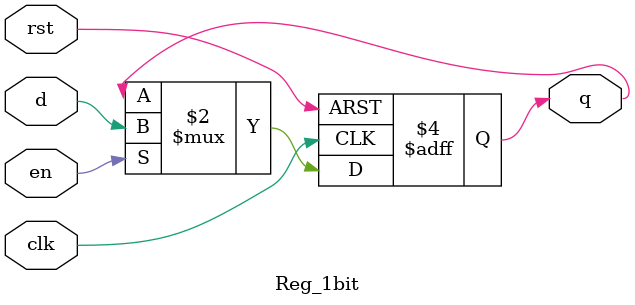
<source format=v>
module Reg_1bit(clk, rst, d, en, q);
input clk;
input rst;
input d;
input en;
output reg q;
	
	always @(posedge clk or posedge rst) begin
		if (rst) q <= 1'bz;
		else if (en) q <= d;
	end

endmodule 

</source>
